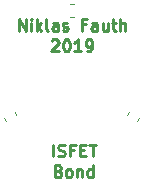
<source format=gbr>
G04 #@! TF.GenerationSoftware,KiCad,Pcbnew,5.0.2-bee76a0~70~ubuntu18.04.1*
G04 #@! TF.CreationDate,2019-07-03T17:26:22+02:00*
G04 #@! TF.ProjectId,lower_Sensor,6c6f7765-725f-4536-956e-736f722e6b69,rev?*
G04 #@! TF.SameCoordinates,Original*
G04 #@! TF.FileFunction,Legend,Top*
G04 #@! TF.FilePolarity,Positive*
%FSLAX46Y46*%
G04 Gerber Fmt 4.6, Leading zero omitted, Abs format (unit mm)*
G04 Created by KiCad (PCBNEW 5.0.2-bee76a0~70~ubuntu18.04.1) date Mi 03 Jul 2019 17:26:22 CEST*
%MOMM*%
%LPD*%
G01*
G04 APERTURE LIST*
%ADD10C,0.250000*%
%ADD11C,0.120000*%
G04 APERTURE END LIST*
D10*
X105530000Y-75697380D02*
X105530000Y-74697380D01*
X106101428Y-75697380D01*
X106101428Y-74697380D01*
X106577619Y-75697380D02*
X106577619Y-75030714D01*
X106577619Y-74697380D02*
X106530000Y-74745000D01*
X106577619Y-74792619D01*
X106625238Y-74745000D01*
X106577619Y-74697380D01*
X106577619Y-74792619D01*
X107053809Y-75697380D02*
X107053809Y-74697380D01*
X107149047Y-75316428D02*
X107434761Y-75697380D01*
X107434761Y-75030714D02*
X107053809Y-75411666D01*
X108006190Y-75697380D02*
X107910952Y-75649761D01*
X107863333Y-75554523D01*
X107863333Y-74697380D01*
X108815714Y-75697380D02*
X108815714Y-75173571D01*
X108768095Y-75078333D01*
X108672857Y-75030714D01*
X108482380Y-75030714D01*
X108387142Y-75078333D01*
X108815714Y-75649761D02*
X108720476Y-75697380D01*
X108482380Y-75697380D01*
X108387142Y-75649761D01*
X108339523Y-75554523D01*
X108339523Y-75459285D01*
X108387142Y-75364047D01*
X108482380Y-75316428D01*
X108720476Y-75316428D01*
X108815714Y-75268809D01*
X109244285Y-75649761D02*
X109339523Y-75697380D01*
X109530000Y-75697380D01*
X109625238Y-75649761D01*
X109672857Y-75554523D01*
X109672857Y-75506904D01*
X109625238Y-75411666D01*
X109530000Y-75364047D01*
X109387142Y-75364047D01*
X109291904Y-75316428D01*
X109244285Y-75221190D01*
X109244285Y-75173571D01*
X109291904Y-75078333D01*
X109387142Y-75030714D01*
X109530000Y-75030714D01*
X109625238Y-75078333D01*
X111196666Y-75173571D02*
X110863333Y-75173571D01*
X110863333Y-75697380D02*
X110863333Y-74697380D01*
X111339523Y-74697380D01*
X112149047Y-75697380D02*
X112149047Y-75173571D01*
X112101428Y-75078333D01*
X112006190Y-75030714D01*
X111815714Y-75030714D01*
X111720476Y-75078333D01*
X112149047Y-75649761D02*
X112053809Y-75697380D01*
X111815714Y-75697380D01*
X111720476Y-75649761D01*
X111672857Y-75554523D01*
X111672857Y-75459285D01*
X111720476Y-75364047D01*
X111815714Y-75316428D01*
X112053809Y-75316428D01*
X112149047Y-75268809D01*
X113053809Y-75030714D02*
X113053809Y-75697380D01*
X112625238Y-75030714D02*
X112625238Y-75554523D01*
X112672857Y-75649761D01*
X112768095Y-75697380D01*
X112910952Y-75697380D01*
X113006190Y-75649761D01*
X113053809Y-75602142D01*
X113387142Y-75030714D02*
X113768095Y-75030714D01*
X113530000Y-74697380D02*
X113530000Y-75554523D01*
X113577619Y-75649761D01*
X113672857Y-75697380D01*
X113768095Y-75697380D01*
X114101428Y-75697380D02*
X114101428Y-74697380D01*
X114530000Y-75697380D02*
X114530000Y-75173571D01*
X114482380Y-75078333D01*
X114387142Y-75030714D01*
X114244285Y-75030714D01*
X114149047Y-75078333D01*
X114101428Y-75125952D01*
X108315714Y-76542619D02*
X108363333Y-76495000D01*
X108458571Y-76447380D01*
X108696666Y-76447380D01*
X108791904Y-76495000D01*
X108839523Y-76542619D01*
X108887142Y-76637857D01*
X108887142Y-76733095D01*
X108839523Y-76875952D01*
X108268095Y-77447380D01*
X108887142Y-77447380D01*
X109506190Y-76447380D02*
X109601428Y-76447380D01*
X109696666Y-76495000D01*
X109744285Y-76542619D01*
X109791904Y-76637857D01*
X109839523Y-76828333D01*
X109839523Y-77066428D01*
X109791904Y-77256904D01*
X109744285Y-77352142D01*
X109696666Y-77399761D01*
X109601428Y-77447380D01*
X109506190Y-77447380D01*
X109410952Y-77399761D01*
X109363333Y-77352142D01*
X109315714Y-77256904D01*
X109268095Y-77066428D01*
X109268095Y-76828333D01*
X109315714Y-76637857D01*
X109363333Y-76542619D01*
X109410952Y-76495000D01*
X109506190Y-76447380D01*
X110791904Y-77447380D02*
X110220476Y-77447380D01*
X110506190Y-77447380D02*
X110506190Y-76447380D01*
X110410952Y-76590238D01*
X110315714Y-76685476D01*
X110220476Y-76733095D01*
X111268095Y-77447380D02*
X111458571Y-77447380D01*
X111553809Y-77399761D01*
X111601428Y-77352142D01*
X111696666Y-77209285D01*
X111744285Y-77018809D01*
X111744285Y-76637857D01*
X111696666Y-76542619D01*
X111649047Y-76495000D01*
X111553809Y-76447380D01*
X111363333Y-76447380D01*
X111268095Y-76495000D01*
X111220476Y-76542619D01*
X111172857Y-76637857D01*
X111172857Y-76875952D01*
X111220476Y-76971190D01*
X111268095Y-77018809D01*
X111363333Y-77066428D01*
X111553809Y-77066428D01*
X111649047Y-77018809D01*
X111696666Y-76971190D01*
X111744285Y-76875952D01*
X108431904Y-86357380D02*
X108431904Y-85357380D01*
X108860476Y-86309761D02*
X109003333Y-86357380D01*
X109241428Y-86357380D01*
X109336666Y-86309761D01*
X109384285Y-86262142D01*
X109431904Y-86166904D01*
X109431904Y-86071666D01*
X109384285Y-85976428D01*
X109336666Y-85928809D01*
X109241428Y-85881190D01*
X109050952Y-85833571D01*
X108955714Y-85785952D01*
X108908095Y-85738333D01*
X108860476Y-85643095D01*
X108860476Y-85547857D01*
X108908095Y-85452619D01*
X108955714Y-85405000D01*
X109050952Y-85357380D01*
X109289047Y-85357380D01*
X109431904Y-85405000D01*
X110193809Y-85833571D02*
X109860476Y-85833571D01*
X109860476Y-86357380D02*
X109860476Y-85357380D01*
X110336666Y-85357380D01*
X110717619Y-85833571D02*
X111050952Y-85833571D01*
X111193809Y-86357380D02*
X110717619Y-86357380D01*
X110717619Y-85357380D01*
X111193809Y-85357380D01*
X111479523Y-85357380D02*
X112050952Y-85357380D01*
X111765238Y-86357380D02*
X111765238Y-85357380D01*
X108884285Y-87583571D02*
X109027142Y-87631190D01*
X109074761Y-87678809D01*
X109122380Y-87774047D01*
X109122380Y-87916904D01*
X109074761Y-88012142D01*
X109027142Y-88059761D01*
X108931904Y-88107380D01*
X108550952Y-88107380D01*
X108550952Y-87107380D01*
X108884285Y-87107380D01*
X108979523Y-87155000D01*
X109027142Y-87202619D01*
X109074761Y-87297857D01*
X109074761Y-87393095D01*
X109027142Y-87488333D01*
X108979523Y-87535952D01*
X108884285Y-87583571D01*
X108550952Y-87583571D01*
X109693809Y-88107380D02*
X109598571Y-88059761D01*
X109550952Y-88012142D01*
X109503333Y-87916904D01*
X109503333Y-87631190D01*
X109550952Y-87535952D01*
X109598571Y-87488333D01*
X109693809Y-87440714D01*
X109836666Y-87440714D01*
X109931904Y-87488333D01*
X109979523Y-87535952D01*
X110027142Y-87631190D01*
X110027142Y-87916904D01*
X109979523Y-88012142D01*
X109931904Y-88059761D01*
X109836666Y-88107380D01*
X109693809Y-88107380D01*
X110455714Y-87440714D02*
X110455714Y-88107380D01*
X110455714Y-87535952D02*
X110503333Y-87488333D01*
X110598571Y-87440714D01*
X110741428Y-87440714D01*
X110836666Y-87488333D01*
X110884285Y-87583571D01*
X110884285Y-88107380D01*
X111789047Y-88107380D02*
X111789047Y-87107380D01*
X111789047Y-88059761D02*
X111693809Y-88107380D01*
X111503333Y-88107380D01*
X111408095Y-88059761D01*
X111360476Y-88012142D01*
X111312857Y-87916904D01*
X111312857Y-87631190D01*
X111360476Y-87535952D01*
X111408095Y-87488333D01*
X111503333Y-87440714D01*
X111693809Y-87440714D01*
X111789047Y-87488333D01*
D11*
G04 #@! TO.C,REF\002A\002A*
X105164131Y-82604029D02*
X105326910Y-82885971D01*
X104280786Y-83114029D02*
X104443565Y-83395971D01*
X114673090Y-82885971D02*
X114835869Y-82604029D01*
X115556435Y-83395971D02*
X115719214Y-83114029D01*
X110162779Y-74510000D02*
X109837221Y-74510000D01*
X110162779Y-73490000D02*
X109837221Y-73490000D01*
G04 #@! TD*
M02*

</source>
